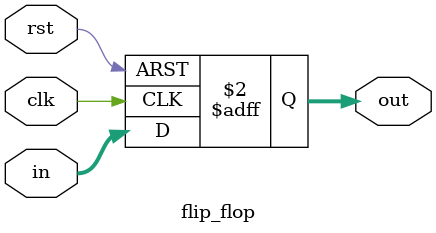
<source format=sv>
module sign_extension #(
    parameter Width = 16
)(
    input   logic   [Width-1:0]in,
    output  logic   [31:0]out
);
    assign out = {{(32-Width){in[Width-1]}}, in};
endmodule

// 2:1 mux
module mux2 #(
    parameter Width = 32
)(
    input   logic   selector,
    input   logic   [Width - 1:0]s0,
    input   logic   [Width - 1:0]s1,
    output  logic   [Width - 1:0]result
);
    assign result = selector? s1: s0;
endmodule

// 4:1 mux
module mux4 #(
    parameter Width = 32
)(
    input   logic   [1:0]selector,
    input   logic   [Width - 1:0]s0,
    input   logic   [Width - 1:0]s1,
    input   logic   [Width - 1:0]s2,
    input   logic   [Width - 1:0]s3,
    output  logic   [Width - 1:0]result
);
    always_comb begin
        case (selector)
            2'b00:   result = s0;
            2'b01:   result = s1;
            2'b10:   result = s2;
            2'b11:   result = s3;
            default: result = 0;
        endcase
    end
endmodule

// 1:2 sel

// module sel2 (
//     input   logic   in,
//     input   logic   selector,
//     output  logic   out0,
//     output  logic   out1
// );
//     assign out0 = selector == 0? in: 0;
//     assign out1 = selector == 1? in: 0;
// endmodule

// left shift 2
module lshift2 (
    input   logic   [31:0]in,
    output  logic   [31:0]out
);
    assign out = {in[29:0], 2'b00};
endmodule

// adder
module adder (
    input   logic   [31:0] a,
    input   logic   [31:0] b,
    output  logic   [31:0] result
);
    assign result = a + b;
endmodule

// flip flop
module flip_flop (
    input   logic   clk, rst,
    input   logic   [31:0]in,
    output  logic   [31:0]out
);
    always_ff @(posedge clk, posedge rst) begin
        if(rst)
            out <= 0;
        else
            out <= in;
    end
endmodule
</source>
